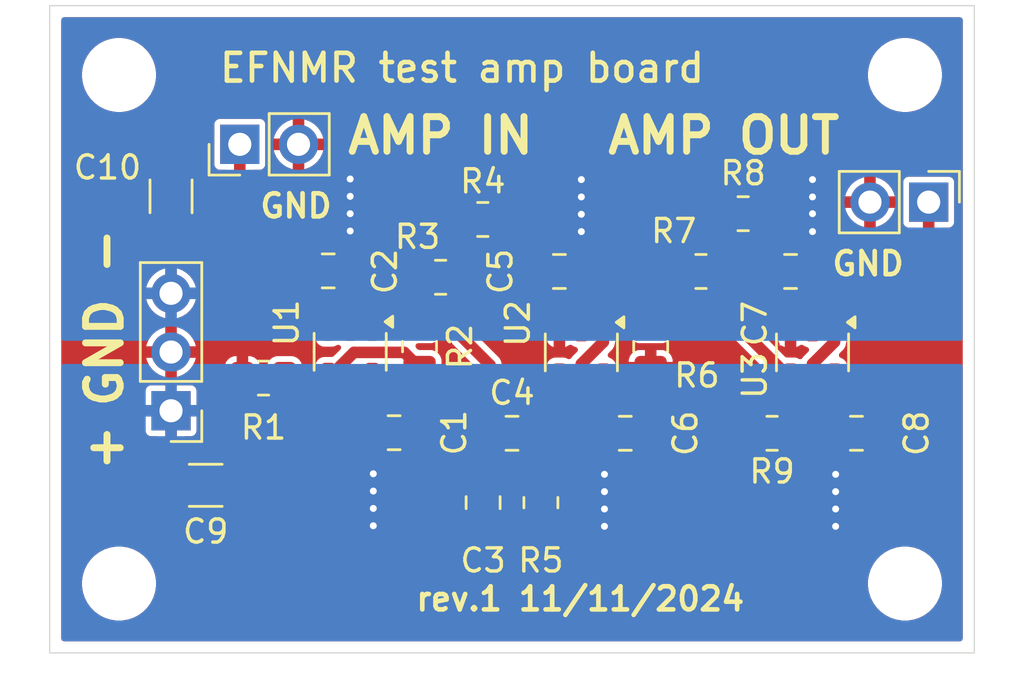
<source format=kicad_pcb>
(kicad_pcb (version 20240108) (generator "pcbnew") (generator_version "8.0")
  (layers (0 "F.Cu" signal) (31 "B.Cu" signal) (34 "B.Paste" user) (35 "F.Paste" user) (36 "B.SilkS" user "B.Silkscreen") (37 "F.SilkS" user "F.Silkscreen") (38 "B.Mask" user) (39 "F.Mask" user) (44 "Edge.Cuts" user))
  (net 0 "")
  (net 1 "GND")
  (net 2 "+15V")
  (net 3 "-15V")
  (net 4 "Net-(C3-Pad1)")
  (net 5 "Net-(C3-Pad2)")
  (net 6 "Net-(U2--)")
  (net 7 "Net-(U1--)")
  (net 8 "Net-(R2-Pad2)")
  (net 9 "Net-(U3--)")
  (net 10 "AMP_OUT")
  (net 11 "AMP_IN")
  (footprint "Resistor_SMD:R_0805_2012Metric" (layer "F.Cu") (at 121.25 121.5 90)
    (property "Reference" "R5" (at -2.5 0 0) (layer "F.SilkS"))
    (property "Value" "TBD")
    (fp_line (start -0.227064 -0.735) (end 0.227064 -0.735) (stroke (width 0.12)) (layer "F.SilkS"))
    (fp_line (start -0.227064 0.735) (end 0.227064 0.735) (stroke (width 0.12)) (layer "F.SilkS"))
    (pad "1" smd roundrect (at -0.9125 0 90) (size 1.025 1.4) (layers "F.Cu" "F.Paste" "F.Mask") (roundrect_rratio 0.243902) (net 4 "Net-(C3-Pad1)"))
    (pad "2" smd roundrect (at 0.9125 0 90) (size 1.025 1.4) (layers "F.Cu" "F.Paste" "F.Mask") (roundrect_rratio 0.243902) (net 6 "Net-(U2--)"))
  )
  (footprint "Capacitor_SMD:C_0805_2012Metric" (layer "F.Cu") (at 114.9 118.475)
    (property "Reference" "C1" (at 2.6 0 90) (layer "F.SilkS"))
    (property "Value" "100n 25V X7R")
    (fp_line (start -0.261252 -0.735) (end 0.261252 -0.735) (stroke (width 0.12)) (layer "F.SilkS"))
    (fp_line (start -0.261252 0.735) (end 0.261252 0.735) (stroke (width 0.12)) (layer "F.SilkS"))
    (pad "1" smd roundrect (at -0.95 0) (size 1 1.45) (layers "F.Cu" "F.Paste" "F.Mask") (net 2 "+15V"))
    (pad "2" smd roundrect (at 0.95 0) (size 1 1.45) (layers "F.Cu" "F.Paste" "F.Mask") (net 1 "GND"))
  )
  (footprint "Resistor_SMD:R_0805_2012Metric" (layer "F.Cu") (at 109.25 116.1125)
    (property "Reference" "R1" (at 0.000001 2.137499 180) (layer "F.SilkS"))
    (property "Value" "TBD")
    (fp_line (start -0.227064 -0.735) (end 0.227064 -0.735) (stroke (width 0.12)) (layer "F.SilkS"))
    (fp_line (start -0.227064 0.735) (end 0.227064 0.735) (stroke (width 0.12)) (layer "F.SilkS"))
    (pad "1" smd roundrect (at -0.9125 0) (size 1.025 1.4) (layers "F.Cu" "F.Paste" "F.Mask") (roundrect_rratio 0.243902) (net 1 "GND"))
    (pad "2" smd roundrect (at 0.9125 0) (size 1.025 1.4) (layers "F.Cu" "F.Paste" "F.Mask") (roundrect_rratio 0.243902) (net 7 "Net-(U1--)"))
  )
  (footprint "Capacitor_SMD:C_0805_2012Metric" (layer "F.Cu") (at 124.9 118.5 180)
    (property "Reference" "C6" (at -2.600001 -0.000001 -90) (layer "F.SilkS"))
    (property "Value" "100n 25V X7R")
    (fp_line (start -0.261252 0.735) (end 0.261252 0.735) (stroke (width 0.12)) (layer "F.SilkS"))
    (fp_line (start -0.261252 -0.735) (end 0.261252 -0.735) (stroke (width 0.12)) (layer "F.SilkS"))
    (pad "1" smd roundrect (at -0.95 0 180) (size 1 1.45) (layers "F.Cu" "F.Paste" "F.Mask") (net 1 "GND"))
    (pad "2" smd roundrect (at 0.95 0 180) (size 1 1.45) (layers "F.Cu" "F.Paste" "F.Mask") (net 2 "+15V"))
  )
  (footprint "Capacitor_SMD:C_0805_2012Metric" (layer "F.Cu") (at 112.05 111.475)
    (property "Reference" "C2" (at 2.45 0.025 90) (layer "F.SilkS"))
    (property "Value" "100n 25V X7R")
    (fp_line (start -0.261252 -0.735) (end 0.261252 -0.735) (stroke (width 0.12)) (layer "F.SilkS"))
    (fp_line (start -0.261252 0.735) (end 0.261252 0.735) (stroke (width 0.12)) (layer "F.SilkS"))
    (pad "1" smd roundrect (at -0.95 0) (size 1 1.45) (layers "F.Cu" "F.Paste" "F.Mask") (net 1 "GND"))
    (pad "2" smd roundrect (at 0.95 0) (size 1 1.45) (layers "F.Cu" "F.Paste" "F.Mask") (net 3 "-15V"))
  )
  (footprint "Resistor_SMD:R_0805_2012Metric" (layer "F.Cu") (at 131.25 118.5 180)
    (property "Reference" "R9" (at 0 -1.65 180) (layer "F.SilkS"))
    (property "Value" "TBD")
    (fp_line (start -0.227064 0.735) (end 0.227064 0.735) (stroke (width 0.12)) (layer "F.SilkS"))
    (fp_line (start -0.227064 -0.735) (end 0.227064 -0.735) (stroke (width 0.12)) (layer "F.SilkS"))
    (pad "1" smd roundrect (at -0.9125 0 180) (size 1.025 1.4) (layers "F.Cu" "F.Paste" "F.Mask") (roundrect_rratio 0.243902) (net 10 "AMP_OUT"))
    (pad "2" smd roundrect (at 0.9125 0 180) (size 1.025 1.4) (layers "F.Cu" "F.Paste" "F.Mask") (roundrect_rratio 0.243902) (net 9 "Net-(U3--)"))
  )
  (footprint "Package_TO_SOT_SMD:SOT-23-5" (layer "F.Cu") (at 133 115 -90)
    (property "Reference" "U3" (at 1 2.5 90) (layer "F.SilkS"))
    (property "Value" "OPA209")
    (fp_line (start 0 1.56) (end -0.8 1.56) (stroke (width 0.12)) (layer "F.SilkS"))
    (fp_line (start 0 1.56) (end 0.8 1.56) (stroke (width 0.12)) (layer "F.SilkS"))
    (fp_line (start 0 -1.56) (end -0.8 -1.56) (stroke (width 0.12)) (layer "F.SilkS"))
    (fp_line (start 0 -1.56) (end 0.8 -1.56) (stroke (width 0.12)) (layer "F.SilkS"))
    (fp_poly (pts (xy -1.3 -1.51) (xy -1.54 -1.84) (xy -1.06 -1.84) (xy -1.3 -1.51)) (stroke (width 0.12)) (fill solid) (layer "F.SilkS"))
    (pad "1" smd roundrect (at -1.1375 -0.95 270) (size 1.325 0.6) (layers "F.Cu" "F.Paste" "F.Mask") (net 10 "AMP_OUT"))
    (pad "2" smd roundrect (at -1.1375 0 270) (size 1.325 0.6) (layers "F.Cu" "F.Paste" "F.Mask") (net 3 "-15V"))
    (pad "3" smd roundrect (at -1.1375 0.95 270) (size 1.325 0.6) (layers "F.Cu" "F.Paste" "F.Mask") (net 1 "GND"))
    (pad "4" smd roundrect (at 1.1375 0.95 270) (size 1.325 0.6) (layers "F.Cu" "F.Paste" "F.Mask") (net 9 "Net-(U3--)"))
    (pad "5" smd roundrect (at 1.1375 -0.95 270) (size 1.325 0.6) (layers "F.Cu" "F.Paste" "F.Mask") (net 2 "+15V"))
  )
  (footprint "Connector_PinHeader_2.54mm:PinHeader_1x03_P2.54mm_Vertical" (layer "F.Cu") (at 105.25 117.525 180)
    (property "Reference" "J1" (hide yes))
    (property "Value" "Conn_01x03_Pin")
    (fp_line (start 1.33 1.27) (end 1.33 6.41) (stroke (width 0.12)) (layer "F.SilkS"))
    (fp_line (start -1.33 6.41) (end 1.33 6.41) (stroke (width 0.12)) (layer "F.SilkS"))
    (fp_line (start -1.33 1.27) (end 1.33 1.27) (stroke (width 0.12)) (layer "F.SilkS"))
    (fp_line (start -1.33 1.27) (end -1.33 6.41) (stroke (width 0.12)) (layer "F.SilkS"))
    (fp_line (start -1.33 0) (end -1.33 -1.33) (stroke (width 0.12)) (layer "F.SilkS"))
    (fp_line (start -1.33 -1.33) (end 0 -1.33) (stroke (width 0.12)) (layer "F.SilkS"))
    (pad "1" thru_hole rect (at 0 0 180) (size 1.7 1.7) (drill 1) (layers "*.Cu" "*.Mask") (net 2 "+15V"))
    (pad "2" thru_hole oval (at 0 2.54 180) (size 1.7 1.7) (drill 1) (layers "*.Cu" "*.Mask") (net 1 "GND"))
    (pad "3" thru_hole oval (at 0 5.08 180) (size 1.7 1.7) (drill 1) (layers "*.Cu" "*.Mask") (net 3 "-15V"))
  )
  (footprint "Capacitor_SMD:C_0805_2012Metric" (layer "F.Cu") (at 118.75 121.5 90)
    (property "Reference" "C3" (at -2.5 0 0) (layer "F.SilkS"))
    (property "Value" "TBD")
    (fp_line (start -0.261252 -0.735) (end 0.261252 -0.735) (stroke (width 0.12)) (layer "F.SilkS"))
    (fp_line (start -0.261252 0.735) (end 0.261252 0.735) (stroke (width 0.12)) (layer "F.SilkS"))
    (pad "1" smd roundrect (at -0.95 0 90) (size 1 1.45) (layers "F.Cu" "F.Paste" "F.Mask") (net 4 "Net-(C3-Pad1)"))
    (pad "2" smd roundrect (at 0.95 0 90) (size 1 1.45) (layers "F.Cu" "F.Paste" "F.Mask") (net 5 "Net-(C3-Pad2)"))
  )
  (footprint "Capacitor_SMD:C_1206_3216Metric" (layer "F.Cu") (at 105.25 108.25 90)
    (property "Reference" "C10" (at 1.25 -2.75 0) (layer "F.SilkS"))
    (property "Value" "10u 25V X7R")
    (fp_line (start -0.711252 -0.91) (end 0.711252 -0.91) (stroke (width 0.12)) (layer "F.SilkS"))
    (fp_line (start -0.711252 0.91) (end 0.711252 0.91) (stroke (width 0.12)) (layer "F.SilkS"))
    (pad "1" smd roundrect (at -1.475 0 90) (size 1.15 1.8) (layers "F.Cu" "F.Paste" "F.Mask") (roundrect_rratio 0.217391) (net 3 "-15V"))
    (pad "2" smd roundrect (at 1.475 0 90) (size 1.15 1.8) (layers "F.Cu" "F.Paste" "F.Mask") (roundrect_rratio 0.217391) (net 1 "GND"))
  )
  (footprint "MountingHole:MountingHole_2.7mm_M2.5" (layer "F.Cu") (at 137 103)
    (property "Reference" "H4" (hide yes))
    (property "Value" "MountingHole")
    (pad "" np_thru_hole circle (at 0 0) (size 2.7 2.7) (drill 2.7) (layers "*.Cu" "*.Mask"))
  )
  (footprint "Capacitor_SMD:C_0805_2012Metric" (layer "F.Cu") (at 120 118.5 180)
    (property "Reference" "C4" (at 0 1.75 180) (layer "F.SilkS"))
    (property "Value" "TBD")
    (fp_line (start -0.261252 0.735) (end 0.261252 0.735) (stroke (width 0.12)) (layer "F.SilkS"))
    (fp_line (start -0.261252 -0.735) (end 0.261252 -0.735) (stroke (width 0.12)) (layer "F.SilkS"))
    (pad "1" smd roundrect (at -0.95 0 180) (size 1 1.45) (layers "F.Cu" "F.Paste" "F.Mask") (net 6 "Net-(U2--)"))
    (pad "2" smd roundrect (at 0.95 0 180) (size 1 1.45) (layers "F.Cu" "F.Paste" "F.Mask") (net 5 "Net-(C3-Pad2)"))
  )
  (footprint "Resistor_SMD:R_0805_2012Metric" (layer "F.Cu") (at 116.9125 111.75 180)
    (property "Reference" "R3" (at 1 1.75 180) (layer "F.SilkS"))
    (property "Value" "TBD")
    (fp_line (start -0.227064 0.735) (end 0.227064 0.735) (stroke (width 0.12)) (layer "F.SilkS"))
    (fp_line (start -0.227064 -0.735) (end 0.227064 -0.735) (stroke (width 0.12)) (layer "F.SilkS"))
    (pad "1" smd roundrect (at -0.9125 0 180) (size 1.025 1.4) (layers "F.Cu" "F.Paste" "F.Mask") (roundrect_rratio 0.243902) (net 5 "Net-(C3-Pad2)"))
    (pad "2" smd roundrect (at 0.9125 0 180) (size 1.025 1.4) (layers "F.Cu" "F.Paste" "F.Mask") (roundrect_rratio 0.243902) (net 8 "Net-(R2-Pad2)"))
  )
  (footprint "MountingHole:MountingHole_2.7mm_M2.5" (layer "F.Cu") (at 103 103)
    (property "Reference" "H1" (hide yes))
    (property "Value" "MountingHole")
    (pad "" np_thru_hole circle (at 0 0) (size 2.7 2.7) (drill 2.7) (layers "*.Cu" "*.Mask"))
  )
  (footprint "Capacitor_SMD:C_0805_2012Metric" (layer "F.Cu") (at 134.9 118.5 180)
    (property "Reference" "C8" (at -2.600001 -0.000001 -90) (layer "F.SilkS"))
    (property "Value" "100n 25V X7R")
    (fp_line (start -0.261252 0.735) (end 0.261252 0.735) (stroke (width 0.12)) (layer "F.SilkS"))
    (fp_line (start -0.261252 -0.735) (end 0.261252 -0.735) (stroke (width 0.12)) (layer "F.SilkS"))
    (pad "1" smd roundrect (at -0.95 0 180) (size 1 1.45) (layers "F.Cu" "F.Paste" "F.Mask") (net 1 "GND"))
    (pad "2" smd roundrect (at 0.95 0 180) (size 1 1.45) (layers "F.Cu" "F.Paste" "F.Mask") (net 2 "+15V"))
  )
  (footprint "Connector_PinHeader_2.54mm:PinHeader_1x02_P2.54mm_Vertical" (layer "F.Cu") (at 108.225 106 90)
    (property "Reference" "J2" (hide yes))
    (property "Value" "Conn_01x02_Pin")
    (fp_line (start -1.33 -1.33) (end 0 -1.33) (stroke (width 0.12)) (layer "F.SilkS"))
    (fp_line (start -1.33 0) (end -1.33 -1.33) (stroke (width 0.12)) (layer "F.SilkS"))
    (fp_line (start 1.33 1.27) (end 1.33 3.87) (stroke (width 0.12)) (layer "F.SilkS"))
    (fp_line (start -1.33 1.27) (end 1.33 1.27) (stroke (width 0.12)) (layer "F.SilkS"))
    (fp_line (start -1.33 1.27) (end -1.33 3.87) (stroke (width 0.12)) (layer "F.SilkS"))
    (fp_line (start -1.33 3.87) (end 1.33 3.87) (stroke (width 0.12)) (layer "F.SilkS"))
    (pad "1" thru_hole rect (at 0 0 90) (size 1.7 1.7) (drill 1) (layers "*.Cu" "*.Mask") (net 11 "AMP_IN"))
    (pad "2" thru_hole oval (at 0 2.54 90) (size 1.7 1.7) (drill 1) (layers "*.Cu" "*.Mask") (net 1 "GND"))
  )
  (footprint "Resistor_SMD:R_0805_2012Metric" (layer "F.Cu") (at 116 114.75 90)
    (property "Reference" "R2" (at 0 1.75 -90) (layer "F.SilkS"))
    (property "Value" "TBD")
    (fp_line (start -0.227064 -0.735) (end 0.227064 -0.735) (stroke (width 0.12)) (layer "F.SilkS"))
    (fp_line (start -0.227064 0.735) (end 0.227064 0.735) (stroke (width 0.12)) (layer "F.SilkS"))
    (pad "1" smd roundrect (at -0.9125 0 90) (size 1.025 1.4) (layers "F.Cu" "F.Paste" "F.Mask") (roundrect_rratio 0.243902) (net 7 "Net-(U1--)"))
    (pad "2" smd roundrect (at 0.9125 0 90) (size 1.025 1.4) (layers "F.Cu" "F.Paste" "F.Mask") (roundrect_rratio 0.243902) (net 8 "Net-(R2-Pad2)"))
  )
  (footprint "Package_TO_SOT_SMD:SOT-23-5" (layer "F.Cu") (at 113 114.975 -90)
    (property "Reference" "U1" (at -1.25 2.75 90) (layer "F.SilkS"))
    (property "Value" "OPA209")
    (fp_line (start 0 1.56) (end -0.8 1.56) (stroke (width 0.12)) (layer "F.SilkS"))
    (fp_line (start 0 1.56) (end 0.8 1.56) (stroke (width 0.12)) (layer "F.SilkS"))
    (fp_line (start 0 -1.56) (end -0.8 -1.56) (stroke (width 0.12)) (layer "F.SilkS"))
    (fp_line (start 0 -1.56) (end 0.8 -1.56) (stroke (width 0.12)) (layer "F.SilkS"))
    (fp_poly (pts (xy -1.3 -1.51) (xy -1.54 -1.84) (xy -1.06 -1.84) (xy -1.3 -1.51)) (stroke (width 0.12)) (fill solid) (layer "F.SilkS"))
    (pad "1" smd roundrect (at -1.1375 -0.95 270) (size 1.325 0.6) (layers "F.Cu" "F.Paste" "F.Mask") (net 8 "Net-(R2-Pad2)"))
    (pad "2" smd roundrect (at -1.1375 0 270) (size 1.325 0.6) (layers "F.Cu" "F.Paste" "F.Mask") (net 3 "-15V"))
    (pad "3" smd roundrect (at -1.1375 0.95 270) (size 1.325 0.6) (layers "F.Cu" "F.Paste" "F.Mask") (net 11 "AMP_IN"))
    (pad "4" smd roundrect (at 1.1375 0.95 270) (size 1.325 0.6) (layers "F.Cu" "F.Paste" "F.Mask") (net 7 "Net-(U1--)"))
    (pad "5" smd roundrect (at 1.1375 -0.95 270) (size 1.325 0.6) (layers "F.Cu" "F.Paste" "F.Mask") (net 2 "+15V"))
  )
  (footprint "Resistor_SMD:R_0805_2012Metric" (layer "F.Cu") (at 128.175 111.5)
    (property "Reference" "R7" (at -1.175 -1.75 0) (layer "F.SilkS"))
    (property "Value" "TBD")
    (fp_line (start -0.227064 -0.735) (end 0.227064 -0.735) (stroke (width 0.12)) (layer "F.SilkS"))
    (fp_line (start -0.227064 0.735) (end 0.227064 0.735) (stroke (width 0.12)) (layer "F.SilkS"))
    (pad "1" smd roundrect (at -0.9125 0) (size 1.025 1.4) (layers "F.Cu" "F.Paste" "F.Mask") (roundrect_rratio 0.243902) (net 4 "Net-(C3-Pad1)"))
    (pad "2" smd roundrect (at 0.9125 0) (size 1.025 1.4) (layers "F.Cu" "F.Paste" "F.Mask") (roundrect_rratio 0.243902) (net 9 "Net-(U3--)"))
  )
  (footprint "MountingHole:MountingHole_2.7mm_M2.5" (layer "F.Cu") (at 103 125)
    (property "Reference" "H2" (hide yes))
    (property "Value" "MountingHole")
    (pad "" np_thru_hole circle (at 0 0) (size 2.7 2.7) (drill 2.7) (layers "*.Cu" "*.Mask"))
  )
  (footprint "Capacitor_SMD:C_0805_2012Metric" (layer "F.Cu") (at 132.05 111.5 180)
    (property "Reference" "C7" (at 1.55 -2.25 -90) (layer "F.SilkS"))
    (property "Value" "100n 25V X7R")
    (fp_line (start -0.261252 0.735) (end 0.261252 0.735) (stroke (width 0.12)) (layer "F.SilkS"))
    (fp_line (start -0.261252 -0.735) (end 0.261252 -0.735) (stroke (width 0.12)) (layer "F.SilkS"))
    (pad "1" smd roundrect (at -0.95 0 180) (size 1 1.45) (layers "F.Cu" "F.Paste" "F.Mask") (net 3 "-15V"))
    (pad "2" smd roundrect (at 0.95 0 180) (size 1 1.45) (layers "F.Cu" "F.Paste" "F.Mask") (net 1 "GND"))
  )
  (footprint "Resistor_SMD:R_0805_2012Metric" (layer "F.Cu") (at 130 109 180)
    (property "Reference" "R8" (at 0 1.75 180) (layer "F.SilkS"))
    (property "Value" "TBD")
    (fp_line (start -0.227064 0.735) (end 0.227064 0.735) (stroke (width 0.12)) (layer "F.SilkS"))
    (fp_line (start -0.227064 -0.735) (end 0.227064 -0.735) (stroke (width 0.12)) (layer "F.SilkS"))
    (pad "1" smd roundrect (at -0.9125 0 180) (size 1.025 1.4) (layers "F.Cu" "F.Paste" "F.Mask") (roundrect_rratio 0.243902) (net 3 "-15V"))
    (pad "2" smd roundrect (at 0.9125 0 180) (size 1.025 1.4) (layers "F.Cu" "F.Paste" "F.Mask") (roundrect_rratio 0.243902) (net 9 "Net-(U3--)"))
  )
  (footprint "Capacitor_SMD:C_1206_3216Metric" (layer "F.Cu") (at 106.75 120.75)
    (property "Reference" "C9" (at 0 2 0) (layer "F.SilkS"))
    (property "Value" "10u 25V X7R")
    (fp_line (start -0.711252 -0.91) (end 0.711252 -0.91) (stroke (width 0.12)) (layer "F.SilkS"))
    (fp_line (start -0.711252 0.91) (end 0.711252 0.91) (stroke (width 0.12)) (layer "F.SilkS"))
    (pad "1" smd roundrect (at -1.475 0) (size 1.15 1.8) (layers "F.Cu" "F.Paste" "F.Mask") (roundrect_rratio 0.217391) (net 2 "+15V"))
    (pad "2" smd roundrect (at 1.475 0) (size 1.15 1.8) (layers "F.Cu" "F.Paste" "F.Mask") (roundrect_rratio 0.217391) (net 1 "GND"))
  )
  (footprint "Package_TO_SOT_SMD:SOT-23-5" (layer "F.Cu") (at 123 115 -90)
    (property "Reference" "U2" (at -1.25 2.75 90) (layer "F.SilkS"))
    (property "Value" "OPA209")
    (fp_line (start 0 1.56) (end -0.8 1.56) (stroke (width 0.12)) (layer "F.SilkS"))
    (fp_line (start 0 1.56) (end 0.8 1.56) (stroke (width 0.12)) (layer "F.SilkS"))
    (fp_line (start 0 -1.56) (end -0.8 -1.56) (stroke (width 0.12)) (layer "F.SilkS"))
    (fp_line (start 0 -1.56) (end 0.8 -1.56) (stroke (width 0.12)) (layer "F.SilkS"))
    (fp_poly (pts (xy -1.3 -1.51) (xy -1.54 -1.84) (xy -1.06 -1.84) (xy -1.3 -1.51)) (stroke (width 0.12)) (fill solid) (layer "F.SilkS"))
    (pad "1" smd roundrect (at -1.1375 -0.95 270) (size 1.325 0.6) (layers "F.Cu" "F.Paste" "F.Mask") (net 4 "Net-(C3-Pad1)"))
    (pad "2" smd roundrect (at -1.1375 0 270) (size 1.325 0.6) (layers "F.Cu" "F.Paste" "F.Mask") (net 3 "-15V"))
    (pad "3" smd roundrect (at -1.1375 0.95 270) (size 1.325 0.6) (layers "F.Cu" "F.Paste" "F.Mask") (net 1 "GND"))
    (pad "4" smd roundrect (at 1.1375 0.95 270) (size 1.325 0.6) (layers "F.Cu" "F.Paste" "F.Mask") (net 6 "Net-(U2--)"))
    (pad "5" smd roundrect (at 1.1375 -0.95 270) (size 1.325 0.6) (layers "F.Cu" "F.Paste" "F.Mask") (net 2 "+15V"))
  )
  (footprint "Connector_PinHeader_2.54mm:PinHeader_1x02_P2.54mm_Vertical" (layer "F.Cu") (at 138.025 108.5 -90)
    (property "Reference" "J3" (hide yes))
    (property "Value" "Conn_01x02_Pin")
    (fp_line (start -1.33 3.87) (end 1.33 3.87) (stroke (width 0.12)) (layer "F.SilkS"))
    (fp_line (start -1.33 1.27) (end -1.33 3.87) (stroke (width 0.12)) (layer "F.SilkS"))
    (fp_line (start -1.33 1.27) (end 1.33 1.27) (stroke (width 0.12)) (layer "F.SilkS"))
    (fp_line (start 1.33 1.27) (end 1.33 3.87) (stroke (width 0.12)) (layer "F.SilkS"))
    (fp_line (start -1.33 0) (end -1.33 -1.33) (stroke (width 0.12)) (layer "F.SilkS"))
    (fp_line (start -1.33 -1.33) (end 0 -1.33) (stroke (width 0.12)) (layer "F.SilkS"))
    (pad "1" thru_hole rect (at 0 0 270) (size 1.7 1.7) (drill 1) (layers "*.Cu" "*.Mask") (net 10 "AMP_OUT"))
    (pad "2" thru_hole oval (at 0 2.54 270) (size 1.7 1.7) (drill 1) (layers "*.Cu" "*.Mask") (net 1 "GND"))
  )
  (footprint "Resistor_SMD:R_0805_2012Metric" (layer "F.Cu") (at 126 114.75 -90)
    (property "Reference" "R6" (at 1.25 -2 180) (layer "F.SilkS"))
    (property "Value" "TBD")
    (fp_line (start -0.227064 0.735) (end 0.227064 0.735) (stroke (width 0.12)) (layer "F.SilkS"))
    (fp_line (start -0.227064 -0.735) (end 0.227064 -0.735) (stroke (width 0.12)) (layer "F.SilkS"))
    (pad "1" smd roundrect (at -0.9125 0 270) (size 1.025 1.4) (layers "F.Cu" "F.Paste" "F.Mask") (roundrect_rratio 0.243902) (net 4 "Net-(C3-Pad1)"))
    (pad "2" smd roundrect (at 0.9125 0 270) (size 1.025 1.4) (layers "F.Cu" "F.Paste" "F.Mask") (roundrect_rratio 0.243902) (net 1 "GND"))
  )
  (footprint "Resistor_SMD:R_0805_2012Metric" (layer "F.Cu") (at 118.7375 109.25)
    (property "Reference" "R4" (at 0 -1.65 0) (layer "F.SilkS"))
    (property "Value" "TBD")
    (fp_line (start -0.227064 -0.735) (end 0.227064 -0.735) (stroke (width 0.12)) (layer "F.SilkS"))
    (fp_line (start -0.227064 0.735) (end 0.227064 0.735) (stroke (width 0.12)) (layer "F.SilkS"))
    (pad "1" smd roundrect (at -0.9125 0) (size 1.025 1.4) (layers "F.Cu" "F.Paste" "F.Mask") (roundrect_rratio 0.243902) (net 5 "Net-(C3-Pad2)"))
    (pad "2" smd roundrect (at 0.9125 0) (size 1.025 1.4) (layers "F.Cu" "F.Paste" "F.Mask") (roundrect_rratio 0.243902) (net 1 "GND"))
  )
  (footprint "MountingHole:MountingHole_2.7mm_M2.5" (layer "F.Cu") (at 137 125)
    (property "Reference" "H3" (hide yes))
    (property "Value" "MountingHole")
    (pad "" np_thru_hole circle (at 0 0) (size 2.7 2.7) (drill 2.7) (layers "*.Cu" "*.Mask"))
  )
  (footprint "Capacitor_SMD:C_0805_2012Metric" (layer "F.Cu") (at 122.05 111.5 180)
    (property "Reference" "C5" (at 2.549999 -0.000001 -90) (layer "F.SilkS"))
    (property "Value" "100n 25V X7R")
    (fp_line (start -0.261252 0.735) (end 0.261252 0.735) (stroke (width 0.12)) (layer "F.SilkS"))
    (fp_line (start -0.261252 -0.735) (end 0.261252 -0.735) (stroke (width 0.12)) (layer "F.SilkS"))
    (pad "1" smd roundrect (at -0.95 0 180) (size 1 1.45) (layers "F.Cu" "F.Paste" "F.Mask") (net 3 "-15V"))
    (pad "2" smd roundrect (at 0.95 0 180) (size 1 1.45) (layers "F.Cu" "F.Paste" "F.Mask") (net 1 "GND"))
  )
  (gr_rect (start 100 100) (end 140 128) (stroke (width 0.05)) (fill none) (layer "Edge.Cuts"))
  (gr_text "GND" (at 103.25 117.5 90) (layer "F.SilkS") (effects (font (size 1.5 1.5) (thickness 0.3) (bold yes)) (justify left bottom)))
  (gr_text "EFNMR test amp board" (at 107.25 103.397534 0) (layer "F.SilkS") (effects (font (size 1.2 1.2) (thickness 0.2) (bold yes)) (justify left bottom)))
  (gr_text "-" (at 103.25 111.75 90) (layer "F.SilkS") (effects (font (size 1.5 1.5) (thickness 0.3) (bold yes)) (justify left bottom)))
  (gr_text "+" (at 103.25 120.25 90) (layer "F.SilkS") (effects (font (size 1.5 1.5) (thickness 0.3) (bold yes)) (justify left bottom)))
  (gr_text "GND" (at 133.75 111.75 0) (layer "F.SilkS") (effects (font (size 1 1) (thickness 0.2) (bold yes)) (justify left bottom)))
  (gr_text "GND" (at 109 109.25 0) (layer "F.SilkS") (effects (font (size 1 1) (thickness 0.2) (bold yes)) (justify left bottom)))
  (gr_text "AMP OUT" (at 124 106.5 0) (layer "F.SilkS") (effects (font (size 1.5 1.5) (thickness 0.3) (bold yes)) (justify left bottom)))
  (gr_text "AMP IN" (at 112.75 106.5 0) (layer "F.SilkS") (effects (font (size 1.5 1.5) (thickness 0.3) (bold yes)) (justify left bottom)))
  (gr_text "rev.1 11/11/2024" (at 115.75 126.25 0) (layer "F.SilkS") (effects (font (size 1 1) (thickness 0.2) (bold yes)) (justify left bottom)))
  (segment (start 123.95 118.5) (end 123.95 119.225) (width 0.5) (layer "F.Cu") (net 2))
  (segment (start 123.95 119.225) (end 124 119.275) (width 0.5) (layer "F.Cu") (net 2))
  (segment (start 124 121.775) (end 124 122.525) (width 0.5) (layer "F.Cu") (net 2))
  (segment (start 113.95 118.475) (end 113.95 119.2) (width 0.5) (layer "F.Cu") (net 2))
  (segment (start 134 119.275) (end 134 120.275) (width 0.5) (layer "F.Cu") (net 2))
  (segment (start 134 121.775) (end 134 122.525) (width 0.5) (layer "F.Cu") (net 2))
  (segment (start 124 119.275) (end 124 120.275) (width 0.5) (layer "F.Cu") (net 2))
  (segment (start 133.95 119.225) (end 134 119.275) (width 0.5) (layer "F.Cu") (net 2))
  (segment (start 114 119.25) (end 114 120.25) (width 0.5) (layer "F.Cu") (net 2))
  (segment (start 124 120.275) (end 124 121.025) (width 0.5) (layer "F.Cu") (net 2))
  (segment (start 134 121.025) (end 134 121.775) (width 0.5) (layer "F.Cu") (net 2))
  (segment (start 105.25 120.725) (end 105.275 120.75) (width 0.5) (layer "F.Cu") (net 2))
  (segment (start 124 121.025) (end 124 121.775) (width 0.5) (layer "F.Cu") (net 2))
  (segment (start 114 121) (end 114 121.75) (width 0.5) (layer "F.Cu") (net 2))
  (segment (start 105.25 117.525) (end 105.25 120.725) (width 0.5) (layer "F.Cu") (net 2))
  (segment (start 133.95 116.1375) (end 133.95 118.5) (width 0.5) (layer "F.Cu") (net 2))
  (segment (start 134 120.275) (end 134 121.025) (width 0.5) (layer "F.Cu") (net 2))
  (segment (start 113.95 116.1125) (end 113.95 118.475) (width 0.5) (layer "F.Cu") (net 2))
  (segment (start 114 121.75) (end 114 122.5) (width 0.5) (layer "F.Cu") (net 2))
  (segment (start 113.95 119.2) (end 114 119.25) (width 0.5) (layer "F.Cu") (net 2))
  (segment (start 123.95 116.1375) (end 123.95 118.5) (width 0.5) (layer "F.Cu") (net 2))
  (segment (start 114 120.25) (end 114 121) (width 0.5) (layer "F.Cu") (net 2))
  (segment (start 133.95 118.5) (end 133.95 119.225) (width 0.5) (layer "F.Cu") (net 2))
  (via (at 124 121.025) (size 0.6) (drill 0.3) (layers "F.Cu" "B.Cu") (net 2))
  (via (at 134 122.525) (size 0.6) (drill 0.3) (layers "F.Cu" "B.Cu") (net 2))
  (via (at 124 122.525) (size 0.6) (drill 0.3) (layers "F.Cu" "B.Cu") (net 2))
  (via (at 114 121.75) (size 0.6) (drill 0.3) (layers "F.Cu" "B.Cu") (net 2))
  (via (at 124 121.775) (size 0.6) (drill 0.3) (layers "F.Cu" "B.Cu") (net 2))
  (via (at 134 120.275) (size 0.6) (drill 0.3) (layers "F.Cu" "B.Cu") (net 2))
  (via (at 124 120.275) (size 0.6) (drill 0.3) (layers "F.Cu" "B.Cu") (net 2))
  (via (at 114 122.5) (size 0.6) (drill 0.3) (layers "F.Cu" "B.Cu") (net 2))
  (via (at 114 120.25) (size 0.6) (drill 0.3) (layers "F.Cu" "B.Cu") (net 2))
  (via (at 134 121.025) (size 0.6) (drill 0.3) (layers "F.Cu" "B.Cu") (net 2))
  (via (at 134 121.775) (size 0.6) (drill 0.3) (layers "F.Cu" "B.Cu") (net 2))
  (via (at 114 121) (size 0.6) (drill 0.3) (layers "F.Cu" "B.Cu") (net 2))
  (segment (start 123 109.775) (end 123 109.275) (width 0.5) (layer "F.Cu") (net 3))
  (segment (start 123 111.5) (end 123 109.775) (width 0.5) (layer "F.Cu") (net 3))
  (segment (start 133 109.775) (end 133 109.275) (width 0.5) (layer "F.Cu") (net 3))
  (segment (start 133 109.025) (end 133 108.525) (width 0.5) (layer "F.Cu") (net 3))
  (segment (start 133 111.5) (end 133 109.775) (width 0.5) (layer "F.Cu") (net 3))
  (segment (start 133 108.525) (end 133 107.525) (width 0.5) (layer "F.Cu") (net 3))
  (segment (start 133 109.275) (end 133 109.025) (width 0.5) (layer "F.Cu") (net 3))
  (segment (start 113 108.25) (end 113 108.1125) (width 0.5) (layer "F.Cu") (net 3))
  (segment (start 113 108.5) (end 113 107.5) (width 0.5) (layer "F.Cu") (net 3))
  (segment (start 113 111.475) (end 113 109.75) (width 0.5) (layer "F.Cu") (net 3))
  (segment (start 113 109) (end 113 108.5) (width 0.5) (layer "F.Cu") (net 3))
  (segment (start 123 108.275) (end 123 108.1375) (width 0.5) (layer "F.Cu") (net 3))
  (segment (start 133 108.275) (end 133 108.1375) (width 0.5) (layer "F.Cu") (net 3))
  (segment (start 133 113.8625) (end 133 111.5) (width 0.5) (layer "F.Cu") (net 3))
  (segment (start 113 109.25) (end 113 109) (width 0.5) (layer "F.Cu") (net 3))
  (segment (start 123 109.275) (end 123 109.025) (width 0.5) (layer "F.Cu") (net 3))
  (segment (start 105.25 112.445) (end 105.25 109.725) (width 0.5) (layer "F.Cu") (net 3))
  (segment (start 123 108.525) (end 123 107.525) (width 0.5) (layer "F.Cu") (net 3))
  (segment (start 123 109.025) (end 123 108.525) (width 0.5) (layer "F.Cu") (net 3))
  (segment (start 113 113.8375) (end 113 111.475) (width 0.5) (layer "F.Cu") (net 3))
  (segment (start 133 108.525) (end 133 108.275) (width 0.5) (layer "F.Cu") (net 3))
  (segment (start 113 108.5) (end 113 108.25) (width 0.5) (layer "F.Cu") (net 3))
  (segment (start 113 109.75) (end 113 109.25) (width 0.5) (layer "F.Cu") (net 3))
  (segment (start 123 113.8625) (end 123 111.5) (width 0.5) (layer "F.Cu") (net 3))
  (segment (start 123 108.525) (end 123 108.275) (width 0.5) (layer "F.Cu") (net 3))
  (segment (start 130.9125 109) (end 133 109) (width 0.5) (layer "F.Cu") (net 3))
  (via (at 133 109) (size 0.6) (drill 0.3) (layers "F.Cu" "B.Cu") (net 3))
  (via (at 113 107.5) (size 0.6) (drill 0.3) (layers "F.Cu" "B.Cu") (net 3))
  (via (at 113 109.75) (size 0.6) (drill 0.3) (layers "F.Cu" "B.Cu") (net 3))
  (via (at 123 108.275) (size 0.6) (drill 0.3) (layers "F.Cu" "B.Cu") (net 3))
  (via (at 123 107.525) (size 0.6) (drill 0.3) (layers "F.Cu" "B.Cu") (net 3))
  (via (at 123 109.775) (size 0.6) (drill 0.3) (layers "F.Cu" "B.Cu") (net 3))
  (via (at 133 108.275) (size 0.6) (drill 0.3) (layers "F.Cu" "B.Cu") (net 3))
  (via (at 123 109.025) (size 0.6) (drill 0.3) (layers "F.Cu" "B.Cu") (net 3))
  (via (at 113 109) (size 0.6) (drill 0.3) (layers "F.Cu" "B.Cu") (net 3))
  (via (at 113 108.25) (size 0.6) (drill 0.3) (layers "F.Cu" "B.Cu") (net 3))
  (via (at 133 109.775) (size 0.6) (drill 0.3) (layers "F.Cu" "B.Cu") (net 3))
  (via (at 133 107.525) (size 0.6) (drill 0.3) (layers "F.Cu" "B.Cu") (net 3))
  (segment (start 126.5 111.5) (end 127.2625 111.5) (width 0.5) (layer "F.Cu") (net 4))
  (segment (start 123 117) (end 123 115.5) (width 0.5) (layer "F.Cu") (net 4))
  (segment (start 123.95 113.8625) (end 125.975 113.8625) (width 0.5) (layer "F.Cu") (net 4))
  (segment (start 125.975 113.8625) (end 126 113.8375) (width 0.5) (layer "F.Cu") (net 4))
  (segment (start 123 115.5) (end 123.95 114.55) (width 0.5) (layer "F.Cu") (net 4))
  (segment (start 118.7875 122.4125) (end 118.75 122.45) (width 0.5) (layer "F.Cu") (net 4))
  (segment (start 121.25 122.4125) (end 118.7875 122.4125) (width 0.5) (layer "F.Cu") (net 4))
  (segment (start 122.75 121.75) (end 122.75 117.25) (width 0.5) (layer "F.Cu") (net 4))
  (segment (start 126 113.8375) (end 126 112) (width 0.5) (layer "F.Cu") (net 4))
  (segment (start 122.75 117.25) (end 123 117) (width 0.5) (layer "F.Cu") (net 4))
  (segment (start 126 112) (end 126.5 111.5) (width 0.5) (layer "F.Cu") (net 4))
  (segment (start 122.0875 122.4125) (end 122.75 121.75) (width 0.5) (layer "F.Cu") (net 4))
  (segment (start 123.95 114.55) (end 123.95 113.8625) (width 0.5) (layer "F.Cu") (net 4))
  (segment (start 121.25 122.4125) (end 122.0875 122.4125) (width 0.5) (layer "F.Cu") (net 4))
  (segment (start 119.05 115.55) (end 117.825 114.325) (width 0.5) (layer "F.Cu") (net 5))
  (segment (start 117.825 114.325) (end 117.825 111.75) (width 0.5) (layer "F.Cu") (net 5))
  (segment (start 119.05 118.5) (end 119.05 115.55) (width 0.5) (layer "F.Cu") (net 5))
  (segment (start 118.75 120.55) (end 118.75 120) (width 0.5) (layer "F.Cu") (net 5))
  (segment (start 119.05 119.7) (end 119.05 118.5) (width 0.5) (layer "F.Cu") (net 5))
  (segment (start 118.75 120) (end 119.05 119.7) (width 0.5) (layer "F.Cu") (net 5))
  (segment (start 117.825 109.25) (end 117.825 111.75) (width 0.5) (layer "F.Cu") (net 5))
  (segment (start 120.95 119.7) (end 120.95 118.5) (width 0.5) (layer "F.Cu") (net 6))
  (segment (start 121.25 120) (end 120.95 119.7) (width 0.5) (layer "F.Cu") (net 6))
  (segment (start 120.95 118.5) (end 120.95 117.2375) (width 0.5) (layer "F.Cu") (net 6))
  (segment (start 120.95 117.2375) (end 122.05 116.1375) (width 0.5) (layer "F.Cu") (net 6))
  (segment (start 121.25 120.5875) (end 121.25 120) (width 0.5) (layer "F.Cu") (net 6))
  (segment (start 115.3375 115) (end 116 115.6625) (width 0.5) (layer "F.Cu") (net 7))
  (segment (start 112.05 116.1125) (end 113.1625 115) (width 0.5) (layer "F.Cu") (net 7))
  (segment (start 112.05 116.1125) (end 110.1625 116.1125) (width 0.5) (layer "F.Cu") (net 7))
  (segment (start 113.1625 115) (end 115.3375 115) (width 0.5) (layer "F.Cu") (net 7))
  (segment (start 116 113.8375) (end 113.95 113.8375) (width 0.5) (layer "F.Cu") (net 8))
  (segment (start 116 113.8375) (end 116 111.75) (width 0.5) (layer "F.Cu") (net 8))
  (segment (start 132.05 116.1375) (end 129.0875 113.175) (width 0.5) (layer "F.Cu") (net 9))
  (segment (start 130.3375 118.5) (end 130.3375 117.85) (width 0.5) (layer "F.Cu") (net 9))
  (segment (start 129.0875 113.175) (end 129.0875 111.5) (width 0.5) (layer "F.Cu") (net 9))
  (segment (start 129.0875 109) (end 129.0875 111.5) (width 0.5) (layer "F.Cu") (net 9))
  (segment (start 130.3375 117.85) (end 132.05 116.1375) (width 0.5) (layer "F.Cu") (net 9))
  (segment (start 136.3875 113.8625) (end 133.95 113.8625) (width 0.5) (layer "F.Cu") (net 10))
  (segment (start 132.1625 117.8375) (end 133 117) (width 0.5) (layer "F.Cu") (net 10))
  (segment (start 133 117) (end 133 115.5) (width 0.5) (layer "F.Cu") (net 10))
  (segment (start 133 115.5) (end 133.95 114.55) (width 0.5) (layer "F.Cu") (net 10))
  (segment (start 138.025 108.5) (end 138.025 112.225) (width 0.5) (layer "F.Cu") (net 10))
  (segment (start 138.025 112.225) (end 136.3875 113.8625) (width 0.5) (layer "F.Cu") (net 10))
  (segment (start 132.1625 118.5) (end 132.1625 117.8375) (width 0.5) (layer "F.Cu") (net 10))
  (segment (start 133.95 114.55) (end 133.95 113.8625) (width 0.5) (layer "F.Cu") (net 10))
  (segment (start 110.0875 113.8375) (end 112.05 113.8375) (width 0.5) (layer "F.Cu") (net 11))
  (segment (start 108.225 111.975) (end 110.0875 113.8375) (width 0.5) (layer "F.Cu") (net 11))
  (segment (start 108.225 109) (end 108.225 106) (width 0.5) (layer "F.Cu") (net 11))
  (segment (start 108.225 109) (end 108.225 111.975) (width 0.5) (layer "F.Cu") (net 11))
  (zone (net 1) (net_name "GND") (layer "F.Cu") (connect_pads (clearance 0.25)) (min_thickness 0.25) (fill yes (thermal_gap 0.25) (thermal_bridge_width 0.5))
    (polygon (pts (xy 100 128) (xy 140 128) (xy 140 100) (xy 100 100)))
  )
  (zone (net 3) (net_name "-15V") (layer "B.Cu") (priority 2) (connect_pads (clearance 0.25)) (min_thickness 0.25) (fill yes (thermal_gap 0.25) (thermal_bridge_width 0.5))
    (polygon (pts (xy 100 114.5) (xy 140 114.5) (xy 140 100) (xy 100 100)))
  )
  (zone (net 2) (net_name "+15V") (layer "B.Cu") (priority 1) (connect_pads (clearance 0.25)) (min_thickness 0.25) (fill yes (thermal_gap 0.25) (thermal_bridge_width 0.5))
    (polygon (pts (xy 100 128) (xy 140 128) (xy 140 115.5) (xy 100 115.5)))
  )
)
</source>
